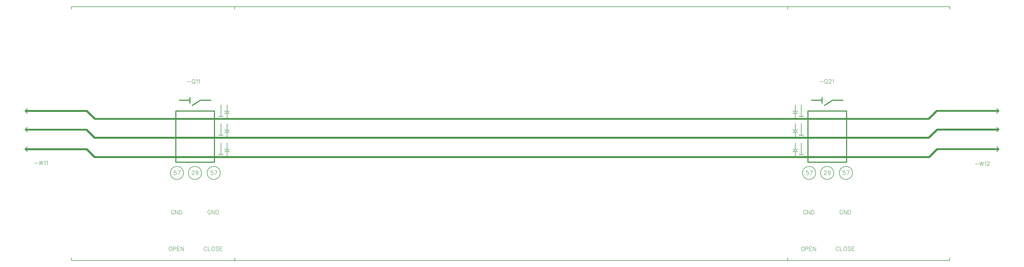
<source format=gto>
G04 Layer: TopSilkscreenLayer*
G04 EasyEDA v6.5.34, 2023-08-21 18:11:39*
G04 647ee33e38854942add91aa2b0a3ffd3,5a6b42c53f6a479593ecc07194224c93,10*
G04 Gerber Generator version 0.2*
G04 Scale: 100 percent, Rotated: No, Reflected: No *
G04 Dimensions in millimeters *
G04 leading zeros omitted , absolute positions ,4 integer and 5 decimal *
%FSLAX45Y45*%
%MOMM*%

%ADD10C,0.2032*%
%ADD11C,0.2540*%
%ADD12C,1.0000*%
%ADD13C,0.5000*%

%LPD*%
D10*
X7542679Y890831D02*
G01*
X7524137Y881687D01*
X7505595Y863145D01*
X7496451Y844603D01*
X7487307Y816917D01*
X7487307Y770689D01*
X7496451Y743003D01*
X7505595Y724715D01*
X7524137Y706173D01*
X7542679Y696775D01*
X7579509Y696775D01*
X7598051Y706173D01*
X7616593Y724715D01*
X7625737Y743003D01*
X7634881Y770689D01*
X7634881Y816917D01*
X7625737Y844603D01*
X7616593Y863145D01*
X7598051Y881687D01*
X7579509Y890831D01*
X7542679Y890831D01*
X7695841Y890831D02*
G01*
X7695841Y696775D01*
X7695841Y890831D02*
G01*
X7779153Y890831D01*
X7806839Y881687D01*
X7815983Y872289D01*
X7825127Y854001D01*
X7825127Y826315D01*
X7815983Y807773D01*
X7806839Y798375D01*
X7779153Y789231D01*
X7695841Y789231D01*
X7886087Y890831D02*
G01*
X7886087Y696775D01*
X7886087Y890831D02*
G01*
X8006229Y890831D01*
X7886087Y798375D02*
G01*
X7960001Y798375D01*
X7886087Y696775D02*
G01*
X8006229Y696775D01*
X8067189Y890831D02*
G01*
X8067189Y696775D01*
X8067189Y890831D02*
G01*
X8196475Y696775D01*
X8196475Y890831D02*
G01*
X8196475Y696775D01*
X9508512Y2622382D02*
G01*
X9499368Y2640924D01*
X9480826Y2659466D01*
X9462538Y2668610D01*
X9425454Y2668610D01*
X9406912Y2659466D01*
X9388624Y2640924D01*
X9379226Y2622382D01*
X9370082Y2594696D01*
X9370082Y2548722D01*
X9379226Y2520782D01*
X9388624Y2502494D01*
X9406912Y2483952D01*
X9425454Y2474808D01*
X9462538Y2474808D01*
X9480826Y2483952D01*
X9499368Y2502494D01*
X9508512Y2520782D01*
X9508512Y2548722D01*
X9462538Y2548722D02*
G01*
X9508512Y2548722D01*
X9569472Y2668610D02*
G01*
X9569472Y2474808D01*
X9569472Y2668610D02*
G01*
X9699012Y2474808D01*
X9699012Y2668610D02*
G01*
X9699012Y2474808D01*
X9759972Y2668610D02*
G01*
X9759972Y2474808D01*
X9759972Y2668610D02*
G01*
X9824488Y2668610D01*
X9852174Y2659466D01*
X9870716Y2640924D01*
X9879860Y2622382D01*
X9889258Y2594696D01*
X9889258Y2548722D01*
X9879860Y2520782D01*
X9870716Y2502494D01*
X9852174Y2483952D01*
X9824488Y2474808D01*
X9759972Y2474808D01*
X7730109Y2622550D02*
G01*
X7720965Y2641092D01*
X7702422Y2659634D01*
X7684134Y2668778D01*
X7647050Y2668778D01*
X7628509Y2659634D01*
X7610220Y2641092D01*
X7600822Y2622550D01*
X7591679Y2594863D01*
X7591679Y2548889D01*
X7600822Y2520950D01*
X7610220Y2502662D01*
X7628509Y2484120D01*
X7647050Y2474976D01*
X7684134Y2474976D01*
X7702422Y2484120D01*
X7720965Y2502662D01*
X7730109Y2520950D01*
X7730109Y2548889D01*
X7684134Y2548889D02*
G01*
X7730109Y2548889D01*
X7791068Y2668778D02*
G01*
X7791068Y2474976D01*
X7791068Y2668778D02*
G01*
X7920609Y2474976D01*
X7920609Y2668778D02*
G01*
X7920609Y2474976D01*
X7981568Y2668778D02*
G01*
X7981568Y2474976D01*
X7981568Y2668778D02*
G01*
X8046084Y2668778D01*
X8073770Y2659634D01*
X8092313Y2641092D01*
X8101456Y2622550D01*
X8110854Y2594863D01*
X8110854Y2548889D01*
X8101456Y2520950D01*
X8092313Y2502662D01*
X8073770Y2484120D01*
X8046084Y2474976D01*
X7981568Y2474976D01*
X40067270Y844603D02*
G01*
X40058126Y863145D01*
X40039584Y881687D01*
X40021042Y890831D01*
X39984212Y890831D01*
X39965670Y881687D01*
X39947382Y863145D01*
X39937984Y844603D01*
X39928840Y816917D01*
X39928840Y770689D01*
X39937984Y743003D01*
X39947382Y724715D01*
X39965670Y706173D01*
X39984212Y696775D01*
X40021042Y696775D01*
X40039584Y706173D01*
X40058126Y724715D01*
X40067270Y743003D01*
X40128230Y890831D02*
G01*
X40128230Y696775D01*
X40128230Y696775D02*
G01*
X40239228Y696775D01*
X40355560Y890831D02*
G01*
X40337018Y881687D01*
X40318476Y863145D01*
X40309332Y844603D01*
X40300188Y816917D01*
X40300188Y770689D01*
X40309332Y743003D01*
X40318476Y724715D01*
X40337018Y706173D01*
X40355560Y696775D01*
X40392390Y696775D01*
X40410932Y706173D01*
X40429474Y724715D01*
X40438618Y743003D01*
X40447762Y770689D01*
X40447762Y816917D01*
X40438618Y844603D01*
X40429474Y863145D01*
X40410932Y881687D01*
X40392390Y890831D01*
X40355560Y890831D01*
X40638262Y863145D02*
G01*
X40619720Y881687D01*
X40592034Y890831D01*
X40554950Y890831D01*
X40527264Y881687D01*
X40508722Y863145D01*
X40508722Y844603D01*
X40518120Y826315D01*
X40527264Y816917D01*
X40545806Y807773D01*
X40601178Y789231D01*
X40619720Y780087D01*
X40628864Y770689D01*
X40638262Y752401D01*
X40638262Y724715D01*
X40619720Y706173D01*
X40592034Y696775D01*
X40554950Y696775D01*
X40527264Y706173D01*
X40508722Y724715D01*
X40699222Y890831D02*
G01*
X40699222Y696775D01*
X40699222Y890831D02*
G01*
X40819110Y890831D01*
X40699222Y798375D02*
G01*
X40772882Y798375D01*
X40699222Y696775D02*
G01*
X40819110Y696775D01*
X38288287Y890831D02*
G01*
X38269745Y881687D01*
X38251203Y863145D01*
X38242059Y844603D01*
X38232915Y816917D01*
X38232915Y770689D01*
X38242059Y743003D01*
X38251203Y724715D01*
X38269745Y706173D01*
X38288287Y696775D01*
X38325117Y696775D01*
X38343659Y706173D01*
X38362201Y724715D01*
X38371345Y743003D01*
X38380489Y770689D01*
X38380489Y816917D01*
X38371345Y844603D01*
X38362201Y863145D01*
X38343659Y881687D01*
X38325117Y890831D01*
X38288287Y890831D01*
X38441449Y890831D02*
G01*
X38441449Y696775D01*
X38441449Y890831D02*
G01*
X38524761Y890831D01*
X38552447Y881687D01*
X38561591Y872289D01*
X38570735Y854001D01*
X38570735Y826315D01*
X38561591Y807773D01*
X38552447Y798375D01*
X38524761Y789231D01*
X38441449Y789231D01*
X38631695Y890831D02*
G01*
X38631695Y696775D01*
X38631695Y890831D02*
G01*
X38751837Y890831D01*
X38631695Y798375D02*
G01*
X38705609Y798375D01*
X38631695Y696775D02*
G01*
X38751837Y696775D01*
X38812797Y890831D02*
G01*
X38812797Y696775D01*
X38812797Y890831D02*
G01*
X38942083Y696775D01*
X38942083Y890831D02*
G01*
X38942083Y696775D01*
X40254120Y2622382D02*
G01*
X40244976Y2640924D01*
X40226434Y2659466D01*
X40208146Y2668610D01*
X40171062Y2668610D01*
X40152520Y2659466D01*
X40134232Y2640924D01*
X40124834Y2622382D01*
X40115690Y2594696D01*
X40115690Y2548722D01*
X40124834Y2520782D01*
X40134232Y2502494D01*
X40152520Y2483952D01*
X40171062Y2474808D01*
X40208146Y2474808D01*
X40226434Y2483952D01*
X40244976Y2502494D01*
X40254120Y2520782D01*
X40254120Y2548722D01*
X40208146Y2548722D02*
G01*
X40254120Y2548722D01*
X40315080Y2668610D02*
G01*
X40315080Y2474808D01*
X40315080Y2668610D02*
G01*
X40444620Y2474808D01*
X40444620Y2668610D02*
G01*
X40444620Y2474808D01*
X40505580Y2668610D02*
G01*
X40505580Y2474808D01*
X40505580Y2668610D02*
G01*
X40570096Y2668610D01*
X40597782Y2659466D01*
X40616324Y2640924D01*
X40625468Y2622382D01*
X40634866Y2594696D01*
X40634866Y2548722D01*
X40625468Y2520782D01*
X40616324Y2502494D01*
X40597782Y2483952D01*
X40570096Y2474808D01*
X40505580Y2474808D01*
X38475716Y2622550D02*
G01*
X38466572Y2641092D01*
X38448030Y2659634D01*
X38429742Y2668778D01*
X38392658Y2668778D01*
X38374116Y2659634D01*
X38355828Y2641092D01*
X38346430Y2622550D01*
X38337286Y2594863D01*
X38337286Y2548889D01*
X38346430Y2520950D01*
X38355828Y2502662D01*
X38374116Y2484120D01*
X38392658Y2474976D01*
X38429742Y2474976D01*
X38448030Y2484120D01*
X38466572Y2502662D01*
X38475716Y2520950D01*
X38475716Y2548889D01*
X38429742Y2548889D02*
G01*
X38475716Y2548889D01*
X38536676Y2668778D02*
G01*
X38536676Y2474976D01*
X38536676Y2668778D02*
G01*
X38666216Y2474976D01*
X38666216Y2668778D02*
G01*
X38666216Y2474976D01*
X38727176Y2668778D02*
G01*
X38727176Y2474976D01*
X38727176Y2668778D02*
G01*
X38791692Y2668778D01*
X38819378Y2659634D01*
X38837920Y2641092D01*
X38847064Y2622550D01*
X38856462Y2594863D01*
X38856462Y2548889D01*
X38847064Y2520950D01*
X38837920Y2502662D01*
X38819378Y2484120D01*
X38791692Y2474976D01*
X38727176Y2474976D01*
X8373071Y8920734D02*
G01*
X8539187Y8920734D01*
X8655519Y9031478D02*
G01*
X8637231Y9022334D01*
X8618689Y9003792D01*
X8609545Y8985250D01*
X8600147Y8957563D01*
X8600147Y8911589D01*
X8609545Y8883650D01*
X8618689Y8865362D01*
X8637231Y8846820D01*
X8655519Y8837676D01*
X8692603Y8837676D01*
X8711145Y8846820D01*
X8729433Y8865362D01*
X8738831Y8883650D01*
X8747975Y8911589D01*
X8747975Y8957563D01*
X8738831Y8985250D01*
X8729433Y9003792D01*
X8711145Y9022334D01*
X8692603Y9031478D01*
X8655519Y9031478D01*
X8683459Y8874505D02*
G01*
X8738831Y8819134D01*
X8808935Y8994647D02*
G01*
X8827477Y9003792D01*
X8855163Y9031478D01*
X8855163Y8837676D01*
X8916123Y8994647D02*
G01*
X8934665Y9003792D01*
X8962351Y9031478D01*
X8962351Y8837676D01*
X39133411Y8920734D02*
G01*
X39299527Y8920734D01*
X39415859Y9031478D02*
G01*
X39397571Y9022334D01*
X39379029Y9003792D01*
X39369885Y8985250D01*
X39360487Y8957563D01*
X39360487Y8911589D01*
X39369885Y8883650D01*
X39379029Y8865362D01*
X39397571Y8846820D01*
X39415859Y8837676D01*
X39452943Y8837676D01*
X39471485Y8846820D01*
X39489773Y8865362D01*
X39499171Y8883650D01*
X39508315Y8911589D01*
X39508315Y8957563D01*
X39499171Y8985250D01*
X39489773Y9003792D01*
X39471485Y9022334D01*
X39452943Y9031478D01*
X39415859Y9031478D01*
X39443545Y8874505D02*
G01*
X39499171Y8819134D01*
X39578419Y8985250D02*
G01*
X39578419Y8994647D01*
X39587817Y9013189D01*
X39596961Y9022334D01*
X39615503Y9031478D01*
X39652333Y9031478D01*
X39670875Y9022334D01*
X39680019Y9013189D01*
X39689417Y8994647D01*
X39689417Y8976105D01*
X39680019Y8957563D01*
X39661731Y8929878D01*
X39569275Y8837676D01*
X39698561Y8837676D01*
X39759521Y8994647D02*
G01*
X39778063Y9003792D01*
X39805749Y9031478D01*
X39805749Y8837676D01*
X7827327Y4586478D02*
G01*
X7735125Y4586478D01*
X7725727Y4503420D01*
X7735125Y4512563D01*
X7762811Y4521962D01*
X7790497Y4521962D01*
X7818183Y4512563D01*
X7836725Y4494276D01*
X7845869Y4466589D01*
X7845869Y4448047D01*
X7836725Y4420362D01*
X7818183Y4401820D01*
X7790497Y4392676D01*
X7762811Y4392676D01*
X7735125Y4401820D01*
X7725727Y4410963D01*
X7716583Y4429505D01*
X8036115Y4586478D02*
G01*
X7943913Y4392676D01*
X7906829Y4586478D02*
G01*
X8036115Y4586478D01*
X9618027Y4586478D02*
G01*
X9525825Y4586478D01*
X9516427Y4503420D01*
X9525825Y4512563D01*
X9553511Y4521962D01*
X9581197Y4521962D01*
X9608883Y4512563D01*
X9627425Y4494276D01*
X9636569Y4466589D01*
X9636569Y4448047D01*
X9627425Y4420362D01*
X9608883Y4401820D01*
X9581197Y4392676D01*
X9553511Y4392676D01*
X9525825Y4401820D01*
X9516427Y4410963D01*
X9507283Y4429505D01*
X9826815Y4586478D02*
G01*
X9734613Y4392676D01*
X9697529Y4586478D02*
G01*
X9826815Y4586478D01*
X8602027Y4540250D02*
G01*
X8602027Y4549647D01*
X8611425Y4568189D01*
X8620569Y4577334D01*
X8639111Y4586478D01*
X8675941Y4586478D01*
X8694483Y4577334D01*
X8703627Y4568189D01*
X8713025Y4549647D01*
X8713025Y4531105D01*
X8703627Y4512563D01*
X8685339Y4484878D01*
X8592883Y4392676D01*
X8722169Y4392676D01*
X8903271Y4521962D02*
G01*
X8893873Y4494276D01*
X8875585Y4475734D01*
X8847899Y4466589D01*
X8838501Y4466589D01*
X8810815Y4475734D01*
X8792273Y4494276D01*
X8783129Y4521962D01*
X8783129Y4531105D01*
X8792273Y4558792D01*
X8810815Y4577334D01*
X8838501Y4586478D01*
X8847899Y4586478D01*
X8875585Y4577334D01*
X8893873Y4558792D01*
X8903271Y4521962D01*
X8903271Y4475734D01*
X8893873Y4429505D01*
X8875585Y4401820D01*
X8847899Y4392676D01*
X8829357Y4392676D01*
X8801671Y4401820D01*
X8792273Y4420362D01*
X39347635Y4540250D02*
G01*
X39347635Y4549647D01*
X39357033Y4568189D01*
X39366177Y4577334D01*
X39384719Y4586478D01*
X39421549Y4586478D01*
X39440091Y4577334D01*
X39449235Y4568189D01*
X39458633Y4549647D01*
X39458633Y4531105D01*
X39449235Y4512563D01*
X39430947Y4484878D01*
X39338491Y4392676D01*
X39467777Y4392676D01*
X39648879Y4521962D02*
G01*
X39639481Y4494276D01*
X39621193Y4475734D01*
X39593507Y4466589D01*
X39584109Y4466589D01*
X39556423Y4475734D01*
X39537881Y4494276D01*
X39528737Y4521962D01*
X39528737Y4531105D01*
X39537881Y4558792D01*
X39556423Y4577334D01*
X39584109Y4586478D01*
X39593507Y4586478D01*
X39621193Y4577334D01*
X39639481Y4558792D01*
X39648879Y4521962D01*
X39648879Y4475734D01*
X39639481Y4429505D01*
X39621193Y4401820D01*
X39593507Y4392676D01*
X39574965Y4392676D01*
X39547279Y4401820D01*
X39537881Y4420362D01*
X40363635Y4586478D02*
G01*
X40271433Y4586478D01*
X40262035Y4503420D01*
X40271433Y4512563D01*
X40299119Y4521962D01*
X40326805Y4521962D01*
X40354491Y4512563D01*
X40373033Y4494276D01*
X40382177Y4466589D01*
X40382177Y4448047D01*
X40373033Y4420362D01*
X40354491Y4401820D01*
X40326805Y4392676D01*
X40299119Y4392676D01*
X40271433Y4401820D01*
X40262035Y4410963D01*
X40252891Y4429505D01*
X40572423Y4586478D02*
G01*
X40480221Y4392676D01*
X40443137Y4586478D02*
G01*
X40572423Y4586478D01*
X38572935Y4586478D02*
G01*
X38480733Y4586478D01*
X38471335Y4503420D01*
X38480733Y4512563D01*
X38508419Y4521962D01*
X38536105Y4521962D01*
X38563791Y4512563D01*
X38582333Y4494276D01*
X38591477Y4466589D01*
X38591477Y4448047D01*
X38582333Y4420362D01*
X38563791Y4401820D01*
X38536105Y4392676D01*
X38508419Y4392676D01*
X38480733Y4401820D01*
X38471335Y4410963D01*
X38462191Y4429505D01*
X38781723Y4586478D02*
G01*
X38689521Y4392676D01*
X38652437Y4586478D02*
G01*
X38781723Y4586478D01*
X939800Y4958334D02*
G01*
X1106170Y4958334D01*
X1167129Y5069078D02*
G01*
X1213104Y4875276D01*
X1259331Y5069078D02*
G01*
X1213104Y4875276D01*
X1259331Y5069078D02*
G01*
X1305560Y4875276D01*
X1351787Y5069078D02*
G01*
X1305560Y4875276D01*
X1412747Y5032247D02*
G01*
X1431289Y5041392D01*
X1458976Y5069078D01*
X1458976Y4875276D01*
X1519936Y5032247D02*
G01*
X1538223Y5041392D01*
X1565910Y5069078D01*
X1565910Y4875276D01*
X46685200Y4920234D02*
G01*
X46851570Y4920234D01*
X46912529Y5030978D02*
G01*
X46958504Y4837176D01*
X47004732Y5030978D02*
G01*
X46958504Y4837176D01*
X47004732Y5030978D02*
G01*
X47050959Y4837176D01*
X47097188Y5030978D02*
G01*
X47050959Y4837176D01*
X47158148Y4994147D02*
G01*
X47176690Y5003292D01*
X47204375Y5030978D01*
X47204375Y4837176D01*
X47274479Y4984750D02*
G01*
X47274479Y4994147D01*
X47283624Y5012689D01*
X47293022Y5021834D01*
X47311309Y5030978D01*
X47348393Y5030978D01*
X47366936Y5021834D01*
X47376079Y5012689D01*
X47385224Y4994147D01*
X47385224Y4975605D01*
X47376079Y4957063D01*
X47357538Y4929378D01*
X47265336Y4837176D01*
X47394622Y4837176D01*
X9327454Y844603D02*
G01*
X9318310Y863145D01*
X9299768Y881687D01*
X9281226Y890831D01*
X9244396Y890831D01*
X9225854Y881687D01*
X9207566Y863145D01*
X9198168Y844603D01*
X9189024Y816917D01*
X9189024Y770689D01*
X9198168Y743003D01*
X9207566Y724715D01*
X9225854Y706173D01*
X9244396Y696775D01*
X9281226Y696775D01*
X9299768Y706173D01*
X9318310Y724715D01*
X9327454Y743003D01*
X9388414Y890831D02*
G01*
X9388414Y696775D01*
X9388414Y696775D02*
G01*
X9499412Y696775D01*
X9615744Y890831D02*
G01*
X9597202Y881687D01*
X9578660Y863145D01*
X9569516Y844603D01*
X9560372Y816917D01*
X9560372Y770689D01*
X9569516Y743003D01*
X9578660Y724715D01*
X9597202Y706173D01*
X9615744Y696775D01*
X9652574Y696775D01*
X9671116Y706173D01*
X9689658Y724715D01*
X9698802Y743003D01*
X9707946Y770689D01*
X9707946Y816917D01*
X9698802Y844603D01*
X9689658Y863145D01*
X9671116Y881687D01*
X9652574Y890831D01*
X9615744Y890831D01*
X9898446Y863145D02*
G01*
X9879904Y881687D01*
X9852218Y890831D01*
X9815134Y890831D01*
X9787448Y881687D01*
X9768906Y863145D01*
X9768906Y844603D01*
X9778304Y826315D01*
X9787448Y816917D01*
X9805990Y807773D01*
X9861362Y789231D01*
X9879904Y780087D01*
X9889048Y770689D01*
X9898446Y752401D01*
X9898446Y724715D01*
X9879904Y706173D01*
X9852218Y696775D01*
X9815134Y696775D01*
X9787448Y706173D01*
X9768906Y724715D01*
X9959406Y890831D02*
G01*
X9959406Y696775D01*
X9959406Y890831D02*
G01*
X10079294Y890831D01*
X9959406Y798375D02*
G01*
X10033066Y798375D01*
X9959406Y696775D02*
G01*
X10079294Y696775D01*
G36*
X584200Y6718300D02*
G01*
X463550Y6584950D01*
X584200Y6451600D01*
X609600Y6477000D01*
X514350Y6584950D01*
X609600Y6692900D01*
G37*
G36*
X581050Y7626350D02*
G01*
X460400Y7493000D01*
X581050Y7359650D01*
X606450Y7385050D01*
X511200Y7493000D01*
X606450Y7600950D01*
G37*
G36*
X581050Y5772150D02*
G01*
X460400Y5638800D01*
X581050Y5505450D01*
X606450Y5530850D01*
X511200Y5638800D01*
X606450Y5746750D01*
G37*
G36*
X47746716Y7632700D02*
G01*
X47721316Y7607300D01*
X47816566Y7499350D01*
X47721316Y7391400D01*
X47746716Y7366000D01*
X47867366Y7499350D01*
G37*
G36*
X47749866Y5772150D02*
G01*
X47724466Y5746750D01*
X47819716Y5638800D01*
X47724466Y5530850D01*
X47749866Y5505450D01*
X47870516Y5638800D01*
G37*
G36*
X47749866Y6724650D02*
G01*
X47724466Y6699250D01*
X47819716Y6591300D01*
X47724466Y6483350D01*
X47749866Y6457950D01*
X47870516Y6591300D01*
G37*
D11*
X37566600Y228600D02*
G01*
X10680700Y228600D01*
X44453695Y228600D02*
G01*
X37566600Y228600D01*
X37566600Y355600D01*
X45444295Y355600D02*
G01*
X45444295Y228600D01*
X45444295Y228600D02*
G01*
X44453695Y228600D01*
X3724795Y228600D02*
G01*
X10680700Y228600D01*
X10680700Y355600D01*
X2734195Y355600D02*
G01*
X2734195Y228600D01*
X3724795Y228600D01*
X37566600Y12573000D02*
G01*
X10668000Y12573000D01*
X44466395Y12573000D02*
G01*
X37566600Y12573000D01*
X37566600Y12446000D01*
X45456995Y12446000D02*
G01*
X45456995Y12573000D01*
X45456995Y12573000D02*
G01*
X44466395Y12573000D01*
X3724795Y12573000D02*
G01*
X10668000Y12573000D01*
X10668000Y12446000D01*
X2734195Y12446000D02*
G01*
X2734195Y12573000D01*
X3724795Y12573000D01*
D12*
X44462700Y5257800D02*
G01*
X44831000Y5626100D01*
X44462700Y6210300D02*
G01*
X44831000Y6578600D01*
X44450000Y7124700D02*
G01*
X44818300Y7493000D01*
X3860800Y7124700D02*
G01*
X3492500Y7493000D01*
X3860800Y6197600D02*
G01*
X3479800Y6578600D01*
X3860800Y5257800D02*
G01*
X3492500Y5626100D01*
D13*
X39753603Y8013700D02*
G01*
X40261603Y8013700D01*
X38737603Y8013700D02*
G01*
X39245603Y8013700D01*
X39753603Y8013700D02*
G01*
X39359903Y7759700D01*
X39245603Y8140700D02*
G01*
X39245603Y7874000D01*
X9007995Y8013700D02*
G01*
X9515995Y8013700D01*
X7991995Y8013700D02*
G01*
X8499995Y8013700D01*
X9007995Y8013700D02*
G01*
X8614295Y7759700D01*
X8499995Y8140700D02*
G01*
X8499995Y7874000D01*
D11*
X37937503Y5499100D02*
G01*
X37937503Y5295900D01*
X37937503Y6438900D02*
G01*
X37937503Y6235700D01*
X37937503Y7353300D02*
G01*
X37937503Y7150100D01*
X37937503Y6591300D02*
G01*
X37937503Y6883400D01*
X37937503Y5651500D02*
G01*
X37937503Y5943600D01*
X38229603Y5410200D02*
G01*
X38229603Y5943600D01*
X38229603Y6350000D02*
G01*
X38229603Y6883400D01*
X37937503Y7505700D02*
G01*
X37937503Y7797800D01*
X38229603Y7264400D02*
G01*
X38229603Y7797800D01*
X10303395Y5499100D02*
G01*
X10303395Y5295900D01*
X10303395Y6438900D02*
G01*
X10303395Y6235700D01*
X10303395Y7353300D02*
G01*
X10303395Y7150100D01*
X10303395Y6591300D02*
G01*
X10303395Y6883400D01*
X10303395Y5651500D02*
G01*
X10303395Y5943600D01*
X10303395Y7505700D02*
G01*
X10303395Y7797800D01*
X10011295Y5410200D02*
G01*
X10011295Y5943600D01*
X10011295Y6350000D02*
G01*
X10011295Y6883400D01*
X10011295Y7264400D02*
G01*
X10011295Y7797800D01*
G75*
G01*
X9909696Y5410200D02*
G03*
X10009696Y5410200I50000J0D01*
G75*
G01*
X10011296Y5410200D02*
G03*
X10111296Y5410200I50000J0D01*
G75*
G01*
X9909696Y6350000D02*
G03*
X10009696Y6350000I50000J0D01*
G75*
G01*
X10011296Y6350000D02*
G03*
X10111296Y6350000I50000J0D01*
G75*
G01*
X10011296Y7264400D02*
G03*
X10111296Y7264400I50000J0D01*
G75*
G01*
X9909696Y7264400D02*
G03*
X10009696Y7264400I50000J0D01*
G75*
G01*
X10201796Y5651500D02*
G03*
X10301796Y5651500I50000J0D01*
G75*
G01*
X10404996Y5499100D02*
G03*
X10304996Y5499100I-50000J0D01*
G75*
G01*
X10303396Y5499100D02*
G03*
X10203396Y5499100I-50000J0D01*
G75*
G01*
X10201796Y6591300D02*
G03*
X10301796Y6591300I50000J0D01*
G75*
G01*
X10404996Y6438900D02*
G03*
X10304996Y6438900I-50000J0D01*
G75*
G01*
X10303396Y6438900D02*
G03*
X10203396Y6438900I-50000J0D01*
G75*
G01*
X10303396Y7353300D02*
G03*
X10203396Y7353300I-50000J0D01*
G75*
G01*
X10404996Y7353300D02*
G03*
X10304996Y7353300I-50000J0D01*
G75*
G01*
X10201796Y7505700D02*
G03*
X10301796Y7505700I50000J0D01*
G75*
G01*
X38128004Y7264400D02*
G03*
X38228003Y7264400I49999J0D01*
G75*
G01*
X38229604Y7264400D02*
G03*
X38329603Y7264400I49999J0D01*
G75*
G01*
X37937504Y7505700D02*
G03*
X38037503Y7505700I49999J0D01*
G75*
G01*
X37835904Y7505700D02*
G03*
X37935903Y7505700I49999J0D01*
G75*
G01*
X38039104Y7353300D02*
G03*
X37939104Y7353300I-50000J0D01*
G75*
G01*
X37937504Y7353300D02*
G03*
X37837504Y7353300I-50000J0D01*
G75*
G01*
X37937504Y6438900D02*
G03*
X37837504Y6438900I-50000J0D01*
G75*
G01*
X38039104Y6438900D02*
G03*
X37939104Y6438900I-50000J0D01*
G75*
G01*
X37835904Y6591300D02*
G03*
X37935903Y6591300I49999J0D01*
G75*
G01*
X37937504Y6591300D02*
G03*
X38037503Y6591300I49999J0D01*
G75*
G01*
X38229604Y6350000D02*
G03*
X38329603Y6350000I49999J0D01*
G75*
G01*
X38128004Y6350000D02*
G03*
X38228003Y6350000I49999J0D01*
G75*
G01*
X37937504Y5499100D02*
G03*
X37837504Y5499100I-50000J0D01*
G75*
G01*
X38039104Y5499100D02*
G03*
X37939104Y5499100I-50000J0D01*
G75*
G01*
X37835904Y5651500D02*
G03*
X37935903Y5651500I49999J0D01*
G75*
G01*
X37937504Y5651500D02*
G03*
X38037503Y5651500I49999J0D01*
G75*
G01*
X38229604Y5410200D02*
G03*
X38329603Y5410200I49999J0D01*
G75*
G01*
X38128004Y5410200D02*
G03*
X38228003Y5410200I49999J0D01*
G75*
G01*
X10303396Y6591300D02*
G03*
X10403396Y6591300I50000J0D01*
G75*
G01*
X10303396Y5651500D02*
G03*
X10403396Y5651500I50000J0D01*
G75*
G01*
X10303396Y7505700D02*
G03*
X10403396Y7505700I50000J0D01*
G75*
G01
X8186496Y4483100D02*
G03X8186496Y4483100I-317500J0D01*
G75*
G01
X9977196Y4483100D02*
G03X9977196Y4483100I-317500J0D01*
G75*
G01
X9062796Y4483100D02*
G03X9062796Y4483100I-317500J0D01*
G75*
G01
X39808404Y4483100D02*
G03X39808404Y4483100I-317500J0D01*
G75*
G01
X40722804Y4483100D02*
G03X40722804Y4483100I-317500J0D01*
G75*
G01
X38932104Y4483100D02*
G03X38932104Y4483100I-317500J0D01*
G36*
X3849979Y7156373D02*
G01*
X44449898Y7156373D01*
X44449898Y7067473D01*
X3849979Y7067473D01*
G37*
D13*
X7814208Y7493000D02*
G01*
X9693808Y7493000D01*
X9693808Y5003800D01*
X7814208Y5003800D01*
X7814208Y7493000D01*
G36*
X3849979Y6235700D02*
G01*
X44449898Y6235700D01*
X44449898Y6146800D01*
X3849979Y6146800D01*
G37*
G36*
X3849979Y5299633D02*
G01*
X44449898Y5299633D01*
X44449898Y5210733D01*
X3849979Y5210733D01*
G37*
G36*
X508000Y7539989D02*
G01*
X3507993Y7539989D01*
X3507993Y7451089D01*
X508000Y7451089D01*
G37*
G36*
X508000Y6629984D02*
G01*
X3507993Y6629984D01*
X3507993Y6541084D01*
X508000Y6541084D01*
G37*
G36*
X508000Y5679998D02*
G01*
X3507993Y5679998D01*
X3507993Y5591098D01*
X508000Y5591098D01*
G37*
G36*
X44824319Y5683808D02*
G01*
X47824313Y5683808D01*
X47824313Y5594908D01*
X44824319Y5594908D01*
G37*
G36*
X44824319Y6633794D02*
G01*
X47824313Y6633794D01*
X47824313Y6544894D01*
X44824319Y6544894D01*
G37*
G36*
X44824319Y7543800D02*
G01*
X47824313Y7543800D01*
X47824313Y7454900D01*
X44824319Y7454900D01*
G37*
X38559816Y7493000D02*
G01*
X40439416Y7493000D01*
X40439416Y5003800D01*
X38559816Y5003800D01*
X38559816Y7493000D01*
M02*

</source>
